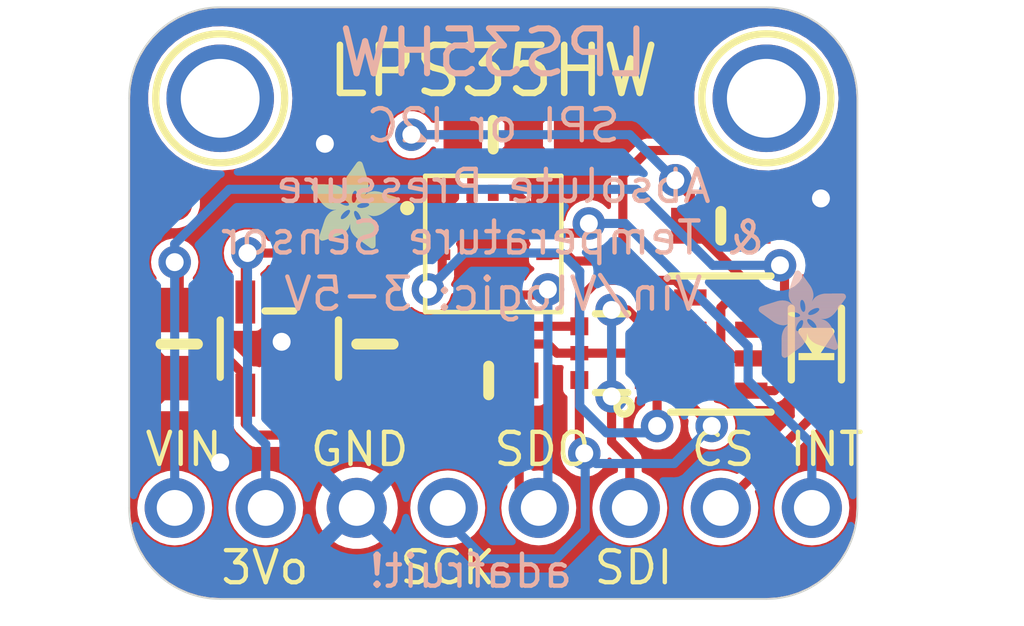
<source format=kicad_pcb>
(kicad_pcb (version 20221018) (generator pcbnew)
  (layers (0 "F.Cu" signal) (31 "B.Cu" signal) (34 "B.Paste" user) (35 "F.Paste" user) (36 "B.SilkS" user "B.Silkscreen") (37 "F.SilkS" user "F.Silkscreen") (38 "B.Mask" user) (39 "F.Mask" user) (44 "Edge.Cuts" user))
  (net 0 "")
  (net 1 "GND")
  (net 2 "SDI_3V")
  (net 3 "SCK_3V")
  (net 4 "CS_3V")
  (net 5 "3.3V")
  (net 6 "SDO/ADR")
  (net 7 "SDI/SDA")
  (net 8 "SCK/SCL")
  (net 9 "VIN")
  (net 10 "CS")
  (net 11 "INT")
  (footprint "working:FIDUCIAL_1MM" (layer "F.Cu") (at 139.6111 102.2096)
    (fp_text reference "U$5" hide)
    (fp_text value "FIDUCIAL_1MM" hide)
    (pad "1" smd roundrect (at 0 0) (size 1 1) (layers "F.Cu" "F.Mask") (roundrect_rratio 0.5))
  )
  (footprint "working:MOUNTINGHOLE_2.0_PLATED" (layer "F.Cu") (at 140.8811 99.2886)
    (fp_text reference "U$7" hide)
    (fp_text value "MOUNTINGHOLE2.0" hide)
    (pad "P$1" thru_hole circle (at 0 0) (size 3 3) (drill 2.2) (layers "*.Cu" "*.Mask"))
    (zone (net 0) (net_name "") (layer "F.Cu") (connect_pads (clearance 0)) (min_thickness 0.25)
      (keepout (tracks not_allowed) (vias not_allowed) (pads not_allowed) (copperpour not_allowed) (footprints allowed))
      (fill (thermal_gap 0.5) (thermal_bridge_width 0.5))
      (polygon (pts (xy 142.8971 99.2886) (xy 142.87748 99.008027) (xy 142.819004 98.732915) (xy 142.722808 98.468619) (xy 142.590765 98.220283) (xy 142.425446 97.99274) (xy 142.230067 97.79042) (xy 142.008433 97.61726) (xy 141.764856 97.476631) (xy 141.504078 97.37127) (xy 141.231175 97.303228) (xy 140.951457 97.273828) (xy 140.670371 97.283644) (xy 140.393385 97.332484) (xy 140.125893 97.419397) (xy 139.8731 97.542693) (xy 139.639926 97.69997) (xy 139.430911 97.888169) (xy 139.250122 98.103625) (xy 139.101078 98.342145) (xy 138.98668 98.599087) (xy 138.909154 98.86945) (xy 138.870011 99.147971) (xy 138.870011 99.429229) (xy 138.909154 99.70775) (xy 138.98668 99.978113) (xy 139.101078 100.235055) (xy 139.250122 100.473575) (xy 139.430911 100.689031) (xy 139.639926 100.87723) (xy 139.8731 101.034507) (xy 140.125893 101.157803) (xy 140.393385 101.244716) (xy 140.670371 101.293556) (xy 140.951457 101.303372) (xy 141.231175 101.273972) (xy 141.504078 101.20593) (xy 141.764856 101.100569) (xy 142.008433 100.95994) (xy 142.230067 100.78678) (xy 142.425446 100.58446) (xy 142.590765 100.356917) (xy 142.722808 100.108581) (xy 142.819004 99.844285) (xy 142.87748 99.569173)))
      (polygon (pts (xy 140.8651 99.2886) (xy 140.869786 99.299914) (xy 140.8811 99.3046) (xy 140.892414 99.299914) (xy 140.8971 99.2886) (xy 140.892414 99.277286) (xy 140.8811 99.2726) (xy 140.869786 99.277286)))
    )
    (zone (net 0) (net_name "") (layer "B.Cu") (connect_pads (clearance 0)) (min_thickness 0.25)
      (keepout (tracks not_allowed) (vias not_allowed) (pads not_allowed) (copperpour not_allowed) (footprints allowed))
      (fill (thermal_gap 0.5) (thermal_bridge_width 0.5))
      (polygon (pts (xy 142.8971 99.2886) (xy 142.87748 99.008027) (xy 142.819004 98.732915) (xy 142.722808 98.468619) (xy 142.590765 98.220283) (xy 142.425446 97.99274) (xy 142.230067 97.79042) (xy 142.008433 97.61726) (xy 141.764856 97.476631) (xy 141.504078 97.37127) (xy 141.231175 97.303228) (xy 140.951457 97.273828) (xy 140.670371 97.283644) (xy 140.393385 97.332484) (xy 140.125893 97.419397) (xy 139.8731 97.542693) (xy 139.639926 97.69997) (xy 139.430911 97.888169) (xy 139.250122 98.103625) (xy 139.101078 98.342145) (xy 138.98668 98.599087) (xy 138.909154 98.86945) (xy 138.870011 99.147971) (xy 138.870011 99.429229) (xy 138.909154 99.70775) (xy 138.98668 99.978113) (xy 139.101078 100.235055) (xy 139.250122 100.473575) (xy 139.430911 100.689031) (xy 139.639926 100.87723) (xy 139.8731 101.034507) (xy 140.125893 101.157803) (xy 140.393385 101.244716) (xy 140.670371 101.293556) (xy 140.951457 101.303372) (xy 141.231175 101.273972) (xy 141.504078 101.20593) (xy 141.764856 101.100569) (xy 142.008433 100.95994) (xy 142.230067 100.78678) (xy 142.425446 100.58446) (xy 142.590765 100.356917) (xy 142.722808 100.108581) (xy 142.819004 99.844285) (xy 142.87748 99.569173)))
      (polygon (pts (xy 140.8651 99.2886) (xy 140.869786 99.299914) (xy 140.8811 99.3046) (xy 140.892414 99.299914) (xy 140.8971 99.2886) (xy 140.892414 99.277286) (xy 140.8811 99.2726) (xy 140.869786 99.277286)))
    )
  )
  (footprint "working:0603-NO" (layer "F.Cu") (at 154.8511 102.8446 180)
    (fp_text reference "R1" hide)
    (fp_text value "10K")
    (pad "1" smd rect (at -0.85 0 180) (size 1.075 1) (layers "F.Cu" "F.Paste" "F.Mask") (net 4 "CS_3V"))
    (pad "2" smd rect (at 0.85 0 180) (size 1.075 1) (layers "F.Cu" "F.Paste" "F.Mask") (net 5 "3.3V"))
  )
  (footprint "working:1X08_ROUND" (layer "F.Cu") (at 148.5011 110.7186)
    (fp_text reference "JP1" hide)
    (fp_text value "IO HEADER")
    (pad "1" thru_hole circle (at -8.89 0 90) (size 1.6764 1.6764) (drill 1) (layers "*.Cu" "*.Mask") (net 9 "VIN"))
    (pad "2" thru_hole circle (at -6.35 0 90) (size 1.6764 1.6764) (drill 1) (layers "*.Cu" "*.Mask") (net 5 "3.3V"))
    (pad "3" thru_hole circle (at -3.81 0 90) (size 1.6764 1.6764) (drill 1) (layers "*.Cu" "*.Mask") (net 1 "GND"))
    (pad "4" thru_hole circle (at -1.27 0 90) (size 1.6764 1.6764) (drill 1) (layers "*.Cu" "*.Mask") (net 8 "SCK/SCL"))
    (pad "5" thru_hole circle (at 1.27 0 90) (size 1.6764 1.6764) (drill 1) (layers "*.Cu" "*.Mask") (net 6 "SDO/ADR"))
    (pad "6" thru_hole circle (at 3.81 0 90) (size 1.6764 1.6764) (drill 1) (layers "*.Cu" "*.Mask") (net 7 "SDI/SDA"))
    (pad "7" thru_hole circle (at 6.35 0 90) (size 1.6764 1.6764) (drill 1) (layers "*.Cu" "*.Mask") (net 10 "CS"))
    (pad "8" thru_hole circle (at 8.89 0 90) (size 1.6764 1.6764) (drill 1) (layers "*.Cu" "*.Mask") (net 11 "INT"))
  )
  (footprint "working:0805-NO" (layer "F.Cu") (at 139.7381 106.1466 -90)
    (fp_text reference "C1" hide)
    (fp_text value "10uF")
    (pad "1" smd rect (at -0.95 0 270) (size 1.24 1.5) (layers "F.Cu" "F.Paste" "F.Mask") (net 9 "VIN"))
    (pad "2" smd rect (at 0.95 0 270) (size 1.24 1.5) (layers "F.Cu" "F.Paste" "F.Mask") (net 1 "GND"))
  )
  (footprint "working:0805-NO" (layer "F.Cu") (at 145.1991 106.1466 -90)
    (fp_text reference "C3" hide)
    (fp_text value "10uF")
    (pad "1" smd rect (at -0.95 0 270) (size 1.24 1.5) (layers "F.Cu" "F.Paste" "F.Mask") (net 5 "3.3V"))
    (pad "2" smd rect (at 0.95 0 270) (size 1.24 1.5) (layers "F.Cu" "F.Paste" "F.Mask") (net 1 "GND"))
  )
  (footprint "working:FIDUCIAL_1MM" (layer "F.Cu") (at 156.1211 112.2426)
    (fp_text reference "U$15" hide)
    (fp_text value "FIDUCIAL_1MM" hide)
    (pad "1" smd roundrect (at 0 0) (size 1 1) (layers "F.Cu" "F.Mask") (roundrect_rratio 0.5))
  )
  (footprint "working:SOD-323" (layer "F.Cu") (at 157.5181 106.1466 90)
    (fp_text reference "D2" hide)
    (fp_text value "1N4148")
    (pad "A" smd rect (at 1.27 0 90) (size 1.35 0.8) (layers "F.Cu" "F.Paste" "F.Mask") (net 4 "CS_3V"))
    (pad "C" smd rect (at -1.27 0 90) (size 1.35 0.8) (layers "F.Cu" "F.Paste" "F.Mask") (net 10 "CS"))
  )
  (footprint "working:SOT23-5" (layer "F.Cu") (at 142.5321 106.2736)
    (fp_text reference "U2" hide)
    (fp_text value "MIC5225-3.3")
    (pad "1" smd rect (at -0.95 1.3001) (size 0.55 1.2) (layers "F.Cu" "F.Paste" "F.Mask") (net 9 "VIN"))
    (pad "2" smd rect (at 0 1.3001) (size 0.55 1.2) (layers "F.Cu" "F.Paste" "F.Mask") (net 1 "GND"))
    (pad "3" smd rect (at 0.95 1.3001) (size 0.55 1.2) (layers "F.Cu" "F.Paste" "F.Mask") (net 9 "VIN"))
    (pad "4" smd rect (at 0.95 -1.3001) (size 0.55 1.2) (layers "F.Cu" "F.Paste" "F.Mask"))
    (pad "5" smd rect (at -0.95 -1.3001) (size 0.55 1.2) (layers "F.Cu" "F.Paste" "F.Mask") (net 5 "3.3V"))
  )
  (footprint "working:0603-NO" (layer "F.Cu") (at 148.5011 100.3046)
    (fp_text reference "C4" hide)
    (fp_text value "0.1uF")
    (pad "1" smd rect (at -0.85 0) (size 1.075 1) (layers "F.Cu" "F.Paste" "F.Mask") (net 5 "3.3V"))
    (pad "2" smd rect (at 0.85 0) (size 1.075 1) (layers "F.Cu" "F.Paste" "F.Mask") (net 1 "GND"))
  )
  (footprint "working:ADAFRUIT_2.5MM" (layer "F.Cu") (at 143.4211 103.4796)
    (fp_text reference "U$6" hide)
    (fp_text value "" hide)
  )
  (footprint "working:0603-NO" (layer "F.Cu") (at 148.3741 107.1626 180)
    (fp_text reference "R4" hide)
    (fp_text value "10K")
    (pad "1" smd rect (at -0.85 0 180) (size 1.075 1) (layers "F.Cu" "F.Paste" "F.Mask") (net 6 "SDO/ADR"))
    (pad "2" smd rect (at 0.85 0 180) (size 1.075 1) (layers "F.Cu" "F.Paste" "F.Mask") (net 5 "3.3V"))
  )
  (footprint "working:RESPACK_4X0603" (layer "F.Cu") (at 154.8511 106.1466 90)
    (fp_text reference "R3" hide)
    (fp_text value "10K")
    (pad "1" smd rect (at -1.3 0.85 90) (size 0.45 0.9) (layers "F.Cu" "F.Paste" "F.Mask") (net 9 "VIN"))
    (pad "2" smd rect (at -0.4 0.85 90) (size 0.45 0.9) (layers "F.Cu" "F.Paste" "F.Mask") (net 5 "3.3V"))
    (pad "3" smd rect (at 0.4 0.85 90) (size 0.45 0.9) (layers "F.Cu" "F.Paste" "F.Mask") (net 9 "VIN"))
    (pad "4" smd rect (at 1.3 0.85 90) (size 0.45 0.9) (layers "F.Cu" "F.Paste" "F.Mask") (net 5 "3.3V"))
    (pad "5" smd rect (at 1.3 -0.85 90) (size 0.45 0.9) (layers "F.Cu" "F.Paste" "F.Mask") (net 2 "SDI_3V"))
    (pad "6" smd rect (at 0.4 -0.85 90) (size 0.45 0.9) (layers "F.Cu" "F.Paste" "F.Mask") (net 7 "SDI/SDA"))
    (pad "7" smd rect (at -0.4 -0.85 90) (size 0.45 0.9) (layers "F.Cu" "F.Paste" "F.Mask") (net 3 "SCK_3V"))
    (pad "8" smd rect (at -1.3 -0.85 90) (size 0.45 0.9) (layers "F.Cu" "F.Paste" "F.Mask") (net 8 "SCK/SCL"))
  )
  (footprint "working:SOT363" (layer "F.Cu") (at 151.8031 106.4006 90)
    (fp_text reference "Q1" hide)
    (fp_text value "BSS138 DUAL")
    (pad "1" smd rect (at -0.75 0.9 90) (size 0.5 0.5) (layers "F.Cu" "F.Paste" "F.Mask") (net 3 "SCK_3V"))
    (pad "2" smd rect (at 0 0.9 90) (size 0.4 0.5) (layers "F.Cu" "F.Paste" "F.Mask") (net 5 "3.3V"))
    (pad "3" smd rect (at 0.75 0.9 90) (size 0.5 0.5) (layers "F.Cu" "F.Paste" "F.Mask") (net 7 "SDI/SDA"))
    (pad "4" smd rect (at 0.75 -0.9 90) (size 0.5 0.5) (layers "F.Cu" "F.Paste" "F.Mask") (net 2 "SDI_3V"))
    (pad "5" smd rect (at 0 -0.9 90) (size 0.4 0.5) (layers "F.Cu" "F.Paste" "F.Mask") (net 5 "3.3V"))
    (pad "6" smd rect (at -0.75 -0.9 90) (size 0.5 0.5) (layers "F.Cu" "F.Paste" "F.Mask") (net 8 "SCK/SCL"))
  )
  (footprint "working:MOUNTINGHOLE_2.0_PLATED" (layer "F.Cu") (at 156.1211 99.2886)
    (fp_text reference "U$8" hide)
    (fp_text value "MOUNTINGHOLE2.0" hide)
    (pad "P$1" thru_hole circle (at 0 0) (size 3 3) (drill 2.2) (layers "*.Cu" "*.Mask"))
    (zone (net 0) (net_name "") (layer "F.Cu") (connect_pads (clearance 0)) (min_thickness 0.25)
      (keepout (tracks not_allowed) (vias not_allowed) (pads not_allowed) (copperpour not_allowed) (footprints allowed))
      (fill (thermal_gap 0.5) (thermal_bridge_width 0.5))
      (polygon (pts (xy 158.1371 99.2886) (xy 158.11748 99.008027) (xy 158.059004 98.732915) (xy 157.962808 98.468619) (xy 157.830765 98.220283) (xy 157.665446 97.99274) (xy 157.470067 97.79042) (xy 157.248433 97.61726) (xy 157.004856 97.476631) (xy 156.744078 97.37127) (xy 156.471175 97.303228) (xy 156.191457 97.273828) (xy 155.910371 97.283644) (xy 155.633385 97.332484) (xy 155.365893 97.419397) (xy 155.1131 97.542693) (xy 154.879926 97.69997) (xy 154.670911 97.888169) (xy 154.490122 98.103625) (xy 154.341078 98.342145) (xy 154.22668 98.599087) (xy 154.149154 98.86945) (xy 154.110011 99.147971) (xy 154.110011 99.429229) (xy 154.149154 99.70775) (xy 154.22668 99.978113) (xy 154.341078 100.235055) (xy 154.490122 100.473575) (xy 154.670911 100.689031) (xy 154.879926 100.87723) (xy 155.1131 101.034507) (xy 155.365893 101.157803) (xy 155.633385 101.244716) (xy 155.910371 101.293556) (xy 156.191457 101.303372) (xy 156.471175 101.273972) (xy 156.744078 101.20593) (xy 157.004856 101.100569) (xy 157.248433 100.95994) (xy 157.470067 100.78678) (xy 157.665446 100.58446) (xy 157.830765 100.356917) (xy 157.962808 100.108581) (xy 158.059004 99.844285) (xy 158.11748 99.569173)))
      (polygon (pts (xy 156.1051 99.2886) (xy 156.109786 99.299914) (xy 156.1211 99.3046) (xy 156.132414 99.299914) (xy 156.1371 99.2886) (xy 156.132414 99.277286) (xy 156.1211 99.2726) (xy 156.109786 99.277286)))
    )
    (zone (net 0) (net_name "") (layer "B.Cu") (connect_pads (clearance 0)) (min_thickness 0.25)
      (keepout (tracks not_allowed) (vias not_allowed) (pads not_allowed) (copperpour not_allowed) (footprints allowed))
      (fill (thermal_gap 0.5) (thermal_bridge_width 0.5))
      (polygon (pts (xy 158.1371 99.2886) (xy 158.11748 99.008027) (xy 158.059004 98.732915) (xy 157.962808 98.468619) (xy 157.830765 98.220283) (xy 157.665446 97.99274) (xy 157.470067 97.79042) (xy 157.248433 97.61726) (xy 157.004856 97.476631) (xy 156.744078 97.37127) (xy 156.471175 97.303228) (xy 156.191457 97.273828) (xy 155.910371 97.283644) (xy 155.633385 97.332484) (xy 155.365893 97.419397) (xy 155.1131 97.542693) (xy 154.879926 97.69997) (xy 154.670911 97.888169) (xy 154.490122 98.103625) (xy 154.341078 98.342145) (xy 154.22668 98.599087) (xy 154.149154 98.86945) (xy 154.110011 99.147971) (xy 154.110011 99.429229) (xy 154.149154 99.70775) (xy 154.22668 99.978113) (xy 154.341078 100.235055) (xy 154.490122 100.473575) (xy 154.670911 100.689031) (xy 154.879926 100.87723) (xy 155.1131 101.034507) (xy 155.365893 101.157803) (xy 155.633385 101.244716) (xy 155.910371 101.293556) (xy 156.191457 101.303372) (xy 156.471175 101.273972) (xy 156.744078 101.20593) (xy 157.004856 101.100569) (xy 157.248433 100.95994) (xy 157.470067 100.78678) (xy 157.665446 100.58446) (xy 157.830765 100.356917) (xy 157.962808 100.108581) (xy 158.059004 99.844285) (xy 158.11748 99.569173)))
      (polygon (pts (xy 156.1051 99.2886) (xy 156.109786 99.299914) (xy 156.1211 99.3046) (xy 156.132414 99.299914) (xy 156.1371 99.2886) (xy 156.132414 99.277286) (xy 156.1211 99.2726) (xy 156.109786 99.277286)))
    )
  )
  (footprint "working:CCLGA10L" (layer "F.Cu") (at 148.5011 103.3526)
    (fp_text reference "U$3" hide)
    (fp_text value "LPS35HWLPS35HW")
    (pad "1" smd rect (at -1.425 -0.3) (size 0.45 0.3) (layers "F.Cu" "F.Paste" "F.Mask") (net 5 "3.3V"))
    (pad "2" smd rect (at -1.425 0.3) (size 0.45 0.3) (layers "F.Cu" "F.Paste" "F.Mask") (net 3 "SCK_3V"))
    (pad "3" smd rect (at -0.6 1.425 90) (size 0.45 0.3) (layers "F.Cu" "F.Paste" "F.Mask") (net 1 "GND"))
    (pad "4" smd rect (at 0 1.425 90) (size 0.45 0.3) (layers "F.Cu" "F.Paste" "F.Mask") (net 2 "SDI_3V"))
    (pad "5" smd rect (at 0.6 1.425 90) (size 0.45 0.3) (layers "F.Cu" "F.Paste" "F.Mask") (net 6 "SDO/ADR"))
    (pad "6" smd rect (at 1.425 0.3 180) (size 0.45 0.3) (layers "F.Cu" "F.Paste" "F.Mask") (net 4 "CS_3V"))
    (pad "7" smd rect (at 1.425 -0.3 180) (size 0.45 0.3) (layers "F.Cu" "F.Paste" "F.Mask") (net 11 "INT"))
    (pad "8" smd rect (at 0.6 -1.425 270) (size 0.45 0.3) (layers "F.Cu" "F.Paste" "F.Mask") (net 1 "GND"))
    (pad "9" smd rect (at 0 -1.425 270) (size 0.45 0.3) (layers "F.Cu" "F.Paste" "F.Mask") (net 1 "GND"))
    (pad "10" smd rect (at -0.6 -1.425 270) (size 0.45 0.3) (layers "F.Cu" "F.Paste" "F.Mask") (net 5 "3.3V"))
  )
  (footprint "working:ADAFRUIT_2.5MM" (layer "B.Cu") (at 158.3436 106.5276 180)
    (fp_text reference "U$2" hide)
    (fp_text value "" hide)
  )
  (gr_line (start 156.1211 113.2586) (end 140.8811 113.2586) (stroke (width 0.05)) (layer "Edge.Cuts"))
  (gr_arc (start 158.6611 110.7186) (mid 157.917151 112.514651) (end 156.1211 113.2586) (stroke (width 0.05)) (layer "Edge.Cuts"))
  (gr_line (start 138.3411 110.7186) (end 138.3411 99.2886) (stroke (width 0.05)) (layer "Edge.Cuts"))
  (gr_line (start 140.8811 96.7486) (end 156.1211 96.7486) (stroke (width 0.05)) (layer "Edge.Cuts"))
  (gr_arc (start 138.3411 99.2886) (mid 139.085049 97.492549) (end 140.8811 96.7486) (stroke (width 0.05)) (layer "Edge.Cuts"))
  (gr_line (start 158.6611 99.2886) (end 158.6611 110.7186) (stroke (width 0.05)) (layer "Edge.Cuts"))
  (gr_arc (start 140.8811 113.2586) (mid 139.085049 112.514651) (end 138.3411 110.7186) (stroke (width 0.05)) (layer "Edge.Cuts"))
  (gr_arc (start 156.1211 96.7486) (mid 157.917151 97.492549) (end 158.6611 99.2886) (stroke (width 0.05)) (layer "Edge.Cuts"))
  (gr_text "Vin/Vlogic: 3-5V" (at 148.5011 104.7496) (layer "B.SilkS") (effects (font (size 0.89408 0.89408) (thickness 0.12192)) (justify mirror)))
  (gr_text "LPS35HW" (at 148.5011 98.0186) (layer "B.SilkS") (effects (font (size 1.251712 1.251712) (thickness 0.170688)) (justify mirror)))
  (gr_text "SPI or I2C" (at 148.5011 100.0506) (layer "B.SilkS") (effects (font (size 0.89408 0.89408) (thickness 0.12192)) (justify mirror)))
  (gr_text "adafruit!" (at 150.7871 113.0046) (layer "B.SilkS") (effects (font (size 0.89408 0.89408) (thickness 0.12192)) (justify left bottom mirror)))
  (gr_text "Absolute Pressure\n& Temperature Sensor" (at 148.5011 102.4636) (layer "B.SilkS") (effects (font (size 0.89408 0.89408) (thickness 0.12192)) (justify mirror)))
  (gr_text "SDO" (at 151.2951 108.5596) (layer "F.SilkS") (effects (font (size 0.89408 0.89408) (thickness 0.12192)) (justify right top)))
  (gr_text "3Vo" (at 143.4211 111.8616) (layer "F.SilkS") (effects (font (size 0.89408 0.89408) (thickness 0.12192)) (justify right top)))
  (gr_text "SDI" (at 153.5811 111.8616) (layer "F.SilkS") (effects (font (size 0.89408 0.89408) (thickness 0.12192)) (justify right top)))
  (gr_text "CS" (at 155.8671 108.5596) (layer "F.SilkS") (effects (font (size 0.89408 0.89408) (thickness 0.12192)) (justify right top)))
  (gr_text "VIN" (at 141.0081 108.5596) (layer "F.SilkS") (effects (font (size 0.89408 0.89408) (thickness 0.12192)) (justify right top)))
  (gr_text "LPS35HW" (at 148.5011 98.5266) (layer "F.SilkS") (effects (font (size 1.34112 1.34112) (thickness 0.18288))))
  (gr_text "SCK" (at 148.6281 111.8616) (layer "F.SilkS") (effects (font (size 0.89408 0.89408) (thickness 0.12192)) (justify right top)))
  (gr_text "GND" (at 146.2151 108.5596) (layer "F.SilkS") (effects (font (size 0.89408 0.89408) (thickness 0.12192)) (justify right top)))
  (gr_text "INT" (at 158.9151 108.5596) (layer "F.SilkS") (effects (font (size 0.89408 0.89408) (thickness 0.12192)) (justify right top)))
  (via (at 140.8811 109.4486) (size 0.9064) (drill 0.5) (layers "F.Cu" "B.Cu") (net 1))
  (via (at 157.6451 102.0826) (size 0.9064) (drill 0.5) (layers "F.Cu" "B.Cu") (net 1))
  (via (at 143.8021 100.5586) (size 0.9064) (drill 0.5) (layers "F.Cu" "B.Cu") (net 1))
  (via (at 142.5956 106.0831) (size 0.9064) (drill 0.5) (layers "F.Cu" "B.Cu") (net 1))
  (segment (start 150.9031 105.6506) (end 150.9031 104.8886) (width 0.254) (layer "F.Cu") (net 2))
  (segment (start 154.0011 104.7886) (end 154.0011 104.8466) (width 0.254) (layer "F.Cu") (net 2))
  (segment (start 153.5811 104.3686) (end 154.0011 104.7886) (width 0.254) (layer "F.Cu") (net 2))
  (segment (start 151.4231 104.3686) (end 153.5811 104.3686) (width 0.254) (layer "F.Cu") (net 2))
  (segment (start 148.7671 105.6506) (end 148.5011 105.3846) (width 0.254) (layer "F.Cu") (net 2))
  (segment (start 150.9031 105.6506) (end 148.7671 105.6506) (width 0.254) (layer "F.Cu") (net 2))
  (segment (start 148.5011 105.3846) (end 148.5011 104.7776) (width 0.254) (layer "F.Cu") (net 2))
  (segment (start 150.9031 104.8886) (end 151.4231 104.3686) (width 0.254) (layer "F.Cu") (net 2))
  (segment (start 154.0011 106.5466) (end 153.759125 106.5466) (width 0.254) (layer "F.Cu") (net 3))
  (segment (start 153.2209 107.084825) (end 153.2209 107.1626) (width 0.254) (layer "F.Cu") (net 3))
  (segment (start 146.67935 104.6226) (end 147.0761 104.22585) (width 0.254) (layer "F.Cu") (net 3))
  (segment (start 153.2209 107.1626) (end 152.7151 107.1626) (width 0.254) (layer "F.Cu") (net 3))
  (segment (start 153.759125 106.5466) (end 153.2209 107.084825) (width 0.254) (layer "F.Cu") (net 3))
  (segment (start 153.0731 107.5206) (end 153.0731 108.4326) (width 0.254) (layer "F.Cu") (net 3))
  (segment (start 152.7151 107.1626) (end 152.7031 107.1506) (width 0.254) (layer "F.Cu") (net 3))
  (segment (start 147.0761 104.22585) (end 147.0761 103.6526) (width 0.254) (layer "F.Cu") (net 3))
  (segment (start 152.7031 107.1506) (end 153.0731 107.5206) (width 0.254) (layer "F.Cu") (net 3))
  (via (at 153.0731 108.4326) (size 0.9064) (drill 0.5) (layers "F.Cu" "B.Cu") (net 3))
  (via (at 146.67935 104.6226) (size 0.9064) (drill 0.5) (layers "F.Cu" "B.Cu") (net 3))
  (segment (start 150.9141 104.1146) (end 150.4061 103.6066) (width 0.254) (layer "B.Cu") (net 3))
  (segment (start 151.659368 108.6231) (end 150.9141 107.877832) (width 0.254) (layer "B.Cu") (net 3))
  (segment (start 152.8826 108.6231) (end 151.659368 108.6231) (width 0.254) (layer "B.Cu") (net 3))
  (segment (start 150.9141 107.877832) (end 150.9141 104.1146) (width 0.254) (layer "B.Cu") (net 3))
  (segment (start 147.69535 103.6066) (end 146.67935 104.6226) (width 0.254) (layer "B.Cu") (net 3))
  (segment (start 150.4061 103.6066) (end 147.69535 103.6066) (width 0.254) (layer "B.Cu") (net 3))
  (segment (start 153.0731 108.4326) (end 152.8826 108.6231) (width 0.254) (layer "B.Cu") (net 3))
  (segment (start 157.5181 103.2256) (end 157.1371 102.8446) (width 0.254) (layer "F.Cu") (net 4))
  (segment (start 152.1174 103.2923) (end 151.58085 103.82885) (width 0.254) (layer "F.Cu") (net 4))
  (segment (start 150.738618 103.82885) (end 150.562368 103.6526) (width 0.254) (layer "F.Cu") (net 4))
  (segment (start 152.818825 100.7444) (end 152.1174 101.445825) (width 0.254) (layer "F.Cu") (net 4))
  (segment (start 150.562368 103.6526) (end 149.9261 103.6526) (width 0.254) (layer "F.Cu") (net 4))
  (segment (start 157.1371 102.8446) (end 155.7011 102.8446) (width 0.254) (layer "F.Cu") (net 4))
  (segment (start 152.1174 101.445825) (end 152.1174 103.2923) (width 0.254) (layer "F.Cu") (net 4))
  (segment (start 155.7011 102.8446) (end 155.7011 102.024125) (width 0.254) (layer "F.Cu") (net 4))
  (segment (start 151.58085 103.82885) (end 150.738618 103.82885) (width 0.254) (layer "F.Cu") (net 4))
  (segment (start 154.421375 100.7444) (end 152.818825 100.7444) (width 0.254) (layer "F.Cu") (net 4))
  (segment (start 157.5181 104.8766) (end 157.5181 103.2256) (width 0.254) (layer "F.Cu") (net 4))
  (segment (start 155.7011 102.024125) (end 154.421375 100.7444) (width 0.254) (layer "F.Cu") (net 4))
  (segment (start 154.8511 106.1466) (end 155.2511 106.5466) (width 0.254) (layer "F.Cu") (net 5))
  (segment (start 147.6511 100.3046) (end 147.9011 100.5546) (width 0.254) (layer "F.Cu") (net 5))
  (segment (start 155.7011 104.8466) (end 155.1351 104.8466) (width 0.254) (layer "F.Cu") (net 5))
  (segment (start 144.6911 103.6066) (end 145.1991 104.1146) (width 0.254) (layer "F.Cu") (net 5))
  (segment (start 155.1351 104.8466) (end 154.8511 105.1306) (width 0.254) (layer "F.Cu") (net 5))
  (segment (start 155.7011 104.5446) (end 154.0011 102.8446) (width 0.254) (layer "F.Cu") (net 5))
  (segment (start 155.7011 104.8466) (end 155.7011 104.5446) (width 0.254) (layer "F.Cu") (net 5))
  (segment (start 145.1991 104.1146) (end 146.2611 103.0526) (width 0.254) (layer "F.Cu") (net 5))
  (segment (start 155.2511 106.5466) (end 155.7011 106.5466) (width 0.254) (layer "F.Cu") (net 5))
  (segment (start 152.7031 106.4006) (end 150.9031 106.4006) (width 0.254) (layer "F.Cu") (net 5))
  (segment (start 141.6431 103.6066) (end 141.5821 103.6676) (width 0.254) (layer "F.Cu") (net 5))
  (segment (start 146.2611 103.0526) (end 147.0761 103.0526) (width 0.254) (layer "F.Cu") (net 5))
  (segment (start 150.2791 106.4006) (end 150.9031 106.4006) (width 0.254) (layer "F.Cu") (net 5))
  (segment (start 154.0011 101.9946) (end 154.0011 102.8446) (width 0.254) (layer "F.Cu") (net 5))
  (segment (start 146.2151 100.3046) (end 147.6511 100.3046) (width 0.254) (layer "F.Cu") (net 5))
  (segment (start 148.5401 106.1466) (end 150.0251 106.1466) (width 0.254) (layer "F.Cu") (net 5))
  (segment (start 147.5241 107.1626) (end 148.5401 106.1466) (width 0.254) (layer "F.Cu") (net 5))
  (segment (start 147.9011 101.9276) (end 147.9011 100.5546) (width 0.254) (layer "F.Cu") (net 5))
  (segment (start 154.8511 105.1306) (end 154.8511 106.1466) (width 0.254) (layer "F.Cu") (net 5))
  (segment (start 145.5581 105.1966) (end 147.5241 107.1626) (width 0.254) (layer "F.Cu") (net 5))
  (segment (start 145.1991 105.1966) (end 145.5581 105.1966) (width 0.254) (layer "F.Cu") (net 5))
  (segment (start 147.9011 102.2276) (end 147.9011 101.9276) (width 0.254) (layer "F.Cu") (net 5))
  (segment (start 150.0251 106.1466) (end 150.2791 106.4006) (width 0.254) (layer "F.Cu") (net 5))
  (segment (start 141.6431 103.6066) (end 144.6911 103.6066) (width 0.254) (layer "F.Cu") (net 5))
  (segment (start 147.0761 103.0526) (end 147.9011 102.2276) (width 0.254) (layer "F.Cu") (net 5))
  (segment (start 145.1991 104.1146) (end 145.1991 105.1966) (width 0.254) (layer "F.Cu") (net 5))
  (segment (start 141.5821 103.6676) (end 141.5821 104.9735) (width 0.254) (layer "F.Cu") (net 5))
  (segment (start 153.5811 101.5746) (end 154.0011 101.9946) (width 0.254) (layer "F.Cu") (net 5))
  (via (at 141.6431 103.6066) (size 0.9064) (drill 0.5) (layers "F.Cu" "B.Cu") (net 5))
  (via (at 146.2151 100.3046) (size 0.9064) (drill 0.5) (layers "F.Cu" "B.Cu") (net 5))
  (via (at 153.5811 101.5746) (size 0.9064) (drill 0.5) (layers "F.Cu" "B.Cu") (net 5))
  (segment (start 142.1511 108.9406) (end 141.6431 108.4326) (width 0.254) (layer "B.Cu") (net 5))
  (segment (start 142.1511 110.7186) (end 142.1511 108.9406) (width 0.254) (layer "B.Cu") (net 5))
  (segment (start 153.5811 101.5746) (end 152.3111 100.3046) (width 0.254) (layer "B.Cu") (net 5))
  (segment (start 152.3111 100.3046) (end 146.2151 100.3046) (width 0.254) (layer "B.Cu") (net 5))
  (segment (start 141.6431 108.4326) (end 141.6431 103.6066) (width 0.254) (layer "B.Cu") (net 5))
  (segment (start 149.8701 104.7776) (end 150.0251 104.6226) (width 0.254) (layer "F.Cu") (net 6))
  (segment (start 149.7711 110.7186) (end 149.2241 110.1716) (width 0.254) (layer "F.Cu") (net 6))
  (segment (start 149.2241 110.1716) (end 149.2241 107.1626) (width 0.254) (layer "F.Cu") (net 6))
  (segment (start 149.1011 104.7776) (end 149.8701 104.7776) (width 0.254) (layer "F.Cu") (net 6))
  (via (at 150.0251 104.6226) (size 0.9064) (drill 0.5) (layers "F.Cu" "B.Cu") (net 6))
  (segment (start 150.0251 104.6226) (end 150.0251 110.4646) (width 0.254) (layer "B.Cu") (net 6))
  (segment (start 150.0251 110.4646) (end 149.7711 110.7186) (width 0.254) (layer "B.Cu") (net 6))
  (segment (start 153.9051 105.6506) (end 154.0011 105.7466) (width 0.254) (layer "F.Cu") (net 7))
  (segment (start 152.2466 105.1941) (end 152.7031 105.6506) (width 0.254) (layer "F.Cu") (net 7))
  (segment (start 151.8031 105.1941) (end 152.2466 105.1941) (width 0.254) (layer "F.Cu") (net 7))
  (segment (start 152.7031 105.6506) (end 153.9051 105.6506) (width 0.254) (layer "F.Cu") (net 7))
  (segment (start 152.3111 109.3851) (end 151.8031 108.8771) (width 0.254) (layer "F.Cu") (net 7))
  (segment (start 152.3111 110.7186) (end 152.3111 109.3851) (width 0.254) (layer "F.Cu") (net 7))
  (segment (start 151.8031 108.8771) (end 151.8031 107.6071) (width 0.254) (layer "F.Cu") (net 7))
  (via (at 151.8031 105.1941) (size 0.9064) (drill 0.5) (layers "F.Cu" "B.Cu") (net 7))
  (via (at 151.8031 107.6071) (size 0.9064) (drill 0.5) (layers "F.Cu" "B.Cu") (net 7))
  (segment (start 151.8031 107.6071) (end 151.8031 105.1941) (width 0.254) (layer "B.Cu") (net 7))
  (segment (start 154.0011 107.8366) (end 154.0011 107.4466) (width 0.254) (layer "F.Cu") (net 8))
  (segment (start 151.0411 109.1946) (end 150.9031 109.0566) (width 0.254) (layer "F.Cu") (net 8))
  (segment (start 150.9031 109.0566) (end 150.9031 107.1506) (width 0.254) (layer "F.Cu") (net 8))
  (segment (start 154.5971 108.4326) (end 154.0011 107.8366) (width 0.254) (layer "F.Cu") (net 8))
  (via (at 151.0411 109.1946) (size 0.9064) (drill 0.5) (layers "F.Cu" "B.Cu") (net 8))
  (via (at 154.5971 108.4326) (size 0.9064) (drill 0.5) (layers "F.Cu" "B.Cu") (net 8))
  (segment (start 153.54935 109.48035) (end 154.5971 108.4326) (width 0.254) (layer "B.Cu") (net 8))
  (segment (start 148.271131 112.141) (end 150.255068 112.141) (width 0.254) (layer "B.Cu") (net 8))
  (segment (start 151.0411 109.1946) (end 151.087868 109.1946) (width 0.254) (layer "B.Cu") (net 8))
  (segment (start 151.087868 109.1946) (end 151.373618 109.48035) (width 0.254) (layer "B.Cu") (net 8))
  (segment (start 151.373618 109.48035) (end 153.54935 109.48035) (width 0.254) (layer "B.Cu") (net 8))
  (segment (start 151.0411 109.1946) (end 151.0665 109.22) (width 0.254) (layer "B.Cu") (net 8))
  (segment (start 147.2311 110.7186) (end 147.2311 111.100969) (width 0.254) (layer "B.Cu") (net 8))
  (segment (start 151.0665 109.22) (end 151.0665 111.329569) (width 0.254) (layer "B.Cu") (net 8))
  (segment (start 148.271131 112.141) (end 147.2311 111.100969) (width 0.254) (layer "B.Cu") (net 8))
  (segment (start 150.255068 112.141) (end 151.0665 111.329569) (width 0.254) (layer "B.Cu") (net 8))
  (segment (start 156.6291 105.8926) (end 156.6291 107.1626) (width 0.254) (layer "F.Cu") (net 9))
  (segment (start 156.6291 107.1626) (end 156.3451 107.4466) (width 0.254) (layer "F.Cu") (net 9))
  (segment (start 139.6111 103.8606) (end 139.7381 103.9876) (width 0.254) (layer "F.Cu") (net 9))
  (segment (start 155.7011 105.7466) (end 156.4831 105.7466) (width 0.254) (layer "F.Cu") (net 9))
  (segment (start 143.1671 108.6866) (end 141.8971 108.6866) (width 0.254) (layer "F.Cu") (net 9))
  (segment (start 141.8971 108.6866) (end 141.5821 108.3716) (width 0.254) (layer "F.Cu") (net 9))
  (segment (start 143.4211 108.4326) (end 143.1671 108.6866) (width 0.254) (layer "F.Cu") (net 9))
  (segment (start 156.4831 105.7466) (end 156.6291 105.8926) (width 0.254) (layer "F.Cu") (net 9))
  (segment (start 156.5021 103.9495) (end 156.6291 104.0765) (width 0.254) (layer "F.Cu") (net 9))
  (segment (start 139.7381 103.9876) (end 139.7381 105.1966) (width 0.254) (layer "F.Cu") (net 9))
  (segment (start 143.4211 107.6347) (end 143.4211 108.4326) (width 0.254) (layer "F.Cu") (net 9))
  (segment (start 156.6291 104.0765) (end 156.6291 105.8926) (width 0.254) (layer "F.Cu") (net 9))
  (segment (start 141.5821 108.3716) (end 141.5821 107.5737) (width 0.254) (layer "F.Cu") (net 9))
  (segment (start 156.3451 107.4466) (end 155.7011 107.4466) (width 0.254) (layer "F.Cu") (net 9))
  (segment (start 141.5821 107.0406) (end 139.7381 105.1966) (width 0.254) (layer "F.Cu") (net 9))
  (segment (start 143.4821 107.5737) (end 143.4211 107.6347) (width 0.254) (layer "F.Cu") (net 9))
  (segment (start 141.5821 107.5737) (end 141.5821 107.0406) (width 0.254) (layer "F.Cu") (net 9))
  (via (at 156.5021 103.9495) (size 0.9064) (drill 0.5) (layers "F.Cu" "B.Cu") (net 9))
  (via (at 139.6111 103.8606) (size 0.9064) (drill 0.5) (layers "F.Cu" "B.Cu") (net 9))
  (segment (start 141.1351 101.8286) (end 139.6111 103.3526) (width 0.254) (layer "B.Cu") (net 9))
  (segment (start 139.6111 103.8606) (end 139.6111 103.3526) (width 0.254) (layer "B.Cu") (net 9))
  (segment (start 154.6225 103.9495) (end 156.5021 103.9495) (width 0.254) (layer "B.Cu") (net 9))
  (segment (start 154.6225 103.9495) (end 152.5016 101.8286) (width 0.254) (layer "B.Cu") (net 9))
  (segment (start 141.1351 101.8286) (end 152.5016 101.8286) (width 0.254) (layer "B.Cu") (net 9))
  (segment (start 139.6111 110.7186) (end 139.6111 103.8606) (width 0.254) (layer "B.Cu") (net 9))
  (segment (start 157.5181 107.4166) (end 157.5181 108.0516) (width 0.254) (layer "F.Cu") (net 10))
  (segment (start 157.5181 108.0516) (end 154.8511 110.7186) (width 0.254) (layer "F.Cu") (net 10))
  (segment (start 150.8966 103.0526) (end 149.9261 103.0526) (width 0.254) (layer "F.Cu") (net 11))
  (segment (start 151.1681 102.7811) (end 150.8966 103.0526) (width 0.254) (layer "F.Cu") (net 11))
  (via (at 151.1681 102.7811) (size 0.9064) (drill 0.5) (layers "F.Cu" "B.Cu") (net 11))
  (segment (start 155.6131 106.2101) (end 152.1841 102.7811) (width 0.254) (layer "B.Cu") (net 11))
  (segment (start 155.6131 107.1626) (end 155.6131 106.2101) (width 0.254) (layer "B.Cu") (net 11))
  (segment (start 157.3911 108.9406) (end 155.6131 107.1626) (width 0.254) (layer "B.Cu") (net 11))
  (segment (start 157.3911 110.7186) (end 157.3911 108.9406) (width 0.254) (layer "B.Cu") (net 11))
  (segment (start 152.1841 102.7811) (end 151.1681 102.7811) (width 0.254) (layer "B.Cu") (net 11))
  (zone (net 1) (net_name "GND") (layer "F.Cu") (priority 6) (connect_pads (clearance 0.000001)) (min_thickness 0.127) (fill yes (thermal_gap 0.304) (thermal_bridge_width 0.304))
    (polygon (pts (xy 158.7881 113.3856) (xy 138.2141 113.3856) (xy 138.2141 96.6216) (xy 158.7881 96.6216)))
  )
  (zone (net 1) (net_name "GND") (layer "B.Cu") (priority 6) (connect_pads (clearance 0.254)) (min_thickness 0.2032) (fill yes (thermal_gap 0.4564) (thermal_bridge_width 0.4564))
    (polygon (pts (xy 158.992869 113.4618) (xy 138.1379 113.4618) (xy 138.1379 96.5454) (xy 158.862743 96.5454)))
  )
)
</source>
